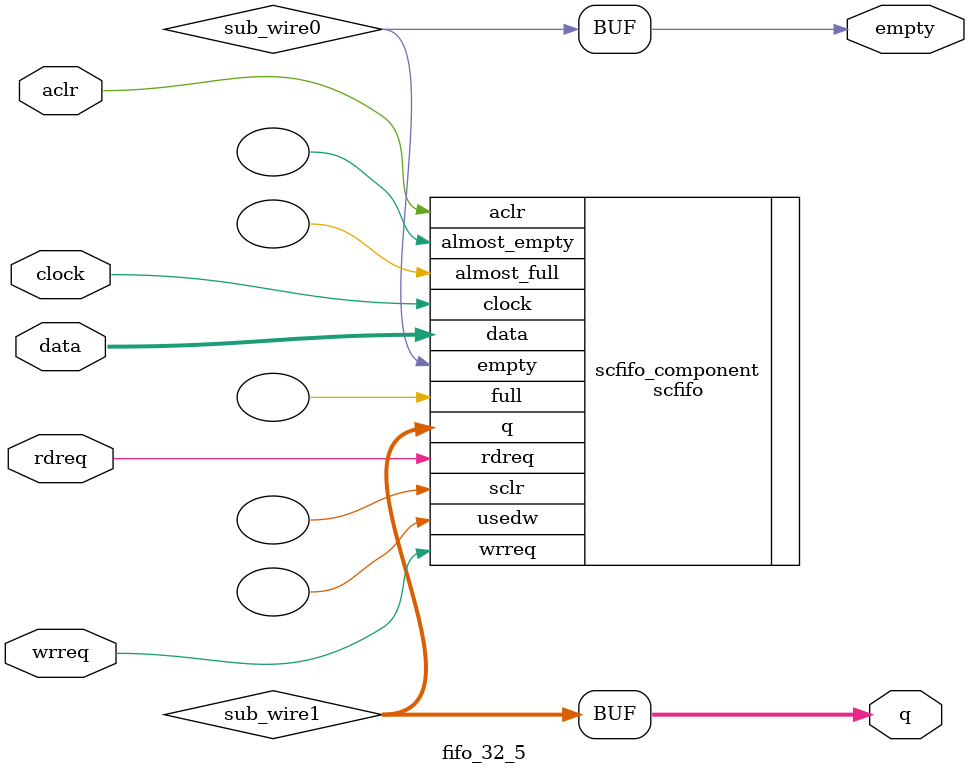
<source format=v>
module fifo_32_5 (
	aclr,
	clock,
	data,
	rdreq,
	wrreq,
	empty,
	q);
	input	  aclr;
	input	  clock;
	input	[4:0]  data;
	input	  rdreq;
	input	  wrreq;
	output	  empty;
	output	[4:0]  q;
	wire  sub_wire0;
	wire [4:0] sub_wire1;
	wire  empty = sub_wire0;
	wire [4:0] q = sub_wire1[4:0];
	scfifo	scfifo_component (
				.aclr (aclr),
				.clock (clock),
				.data (data),
				.rdreq (rdreq),
				.wrreq (wrreq),
				.empty (sub_wire0),
				.q (sub_wire1),
				.almost_empty (),
				.almost_full (),
				.full (),
				.sclr (),
				.usedw ());
	defparam
		scfifo_component.add_ram_output_register = "ON",
		scfifo_component.intended_device_family = "Stratix V",
		scfifo_component.lpm_numwords = 32,
		scfifo_component.lpm_showahead = "ON",
		scfifo_component.lpm_type = "scfifo",
		scfifo_component.lpm_width = 5,
		scfifo_component.lpm_widthu = 5,
		scfifo_component.overflow_checking = "OFF",
		scfifo_component.underflow_checking = "OFF",
		scfifo_component.use_eab = "ON";
endmodule
</source>
